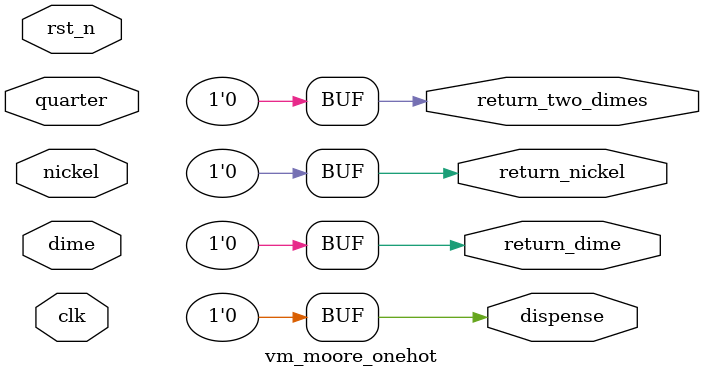
<source format=v>
module vm_moore_onehot (
    input  wire clk,
    input  wire rst_n,
    input  wire nickel,
    input  wire dime,
    input  wire quarter,
    output wire dispense,
    output wire return_nickel,
    output wire return_dime,
    output wire return_two_dimes
);
    localparam S0 = 10'b00_0000_0001;  // 0
    localparam S1 = 10'b00_0000_0010;  // 5
    localparam S2 = 10'b00_0000_0100;  // 10
    localparam S3 = 10'b00_0000_1000;  // 15
    localparam S4 = 10'b00_0001_0000;  // 20
    localparam S5 = 10'b00_0010_0000;  // 25
    localparam S6 = 10'b00_0100_0000;  // 30
    localparam S7 = 10'b00_1000_0000;  // 35
    localparam S8 = 10'b01_0000_0000;  // 40
    localparam S9 = 10'b10_0000_0000;  // 45

    reg [3:0] state, next_state;

    always @(posedge clk, negedge rst_n)
        if (!rst_n) begin
            state <= S0;
        end else begin
            state <= next_state;
        end

    always @(*)
        case (state)
            S0, S5, S6, S7, S8, S9: begin
                if (nickel) next_state <= S1;
                else if (dime) next_state <= S2;
                else if (quarter) next_state <= S5;
                else next_state = S0;
            end
            S1: begin
                if (nickel) next_state <= S2;
                else if (dime) next_state <= S3;
                else if (quarter) next_state <= S6;
                else next_state = state;
            end
            S2: begin
                if (nickel) next_state <= S3;
                else if (dime) next_state <= S4;
                else if (quarter) next_state <= S7;
                else next_state = state;
            end
            S3: begin
                if (nickel) next_state <= S4;
                else if (dime) next_state <= S5;
                else if (quarter) next_state <= S8;
                else next_state = state;
            end
            S4: begin
                if (nickel) next_state <= S5;
                else if (dime) next_state <= S6;
                else if (quarter) next_state <= S9;
                else next_state = state;
            end
            default: begin
                next_state = S0;
            end
        endcase

    assign dispense = (state == S5 | state == S6 | state == S7 | state == S8 | state == S9);
    assign return_nickel = (state == S6 | state == S8);
    assign return_dime = (state == S7 | state == S8);
    assign return_two_dimes = (state == S9);
endmodule

</source>
